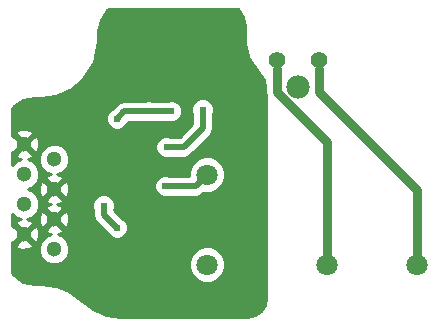
<source format=gbr>
G04 #@! TF.FileFunction,Copper,L2,Bot,Signal*
%FSLAX46Y46*%
G04 Gerber Fmt 4.6, Leading zero omitted, Abs format (unit mm)*
G04 Created by KiCad (PCBNEW 4.0.7-e2-6376~58~ubuntu16.04.1) date Sun Jan 14 22:12:21 2018*
%MOMM*%
%LPD*%
G01*
G04 APERTURE LIST*
%ADD10C,0.100000*%
%ADD11C,1.300000*%
%ADD12C,1.397000*%
%ADD13C,1.981000*%
%ADD14C,1.800000*%
%ADD15C,0.609600*%
%ADD16C,0.508000*%
%ADD17C,0.762000*%
%ADD18C,0.254000*%
G04 APERTURE END LIST*
D10*
D11*
X141922500Y-108204000D03*
X141922500Y-105664000D03*
X141922500Y-103124000D03*
X141922500Y-110744000D03*
X144462500Y-104394000D03*
X144462500Y-106934000D03*
X144462500Y-109474000D03*
X144462500Y-112014000D03*
D12*
X166870260Y-96019620D03*
X163370260Y-96019620D03*
D13*
X165120260Y-98249620D03*
D14*
X157416500Y-113317020D03*
X167576500Y-113317020D03*
X175196500Y-113317020D03*
X157416500Y-105697020D03*
D15*
X159766000Y-103378000D03*
X150114000Y-92710000D03*
X156210000Y-96774000D03*
X149288500Y-114287300D03*
X150685500Y-98920300D03*
X153987500Y-103365300D03*
X157035500Y-100190300D03*
X153860500Y-106667300D03*
X152466040Y-100330000D03*
X149796500Y-110223300D03*
X148653500Y-108318300D03*
X154377792Y-100326592D03*
X149796500Y-100952300D03*
D16*
X157035500Y-100190300D02*
X157035500Y-101790500D01*
X157035500Y-101790500D02*
X155460700Y-103365300D01*
X155460700Y-103365300D02*
X153987500Y-103365300D01*
X153860500Y-106667300D02*
X156446220Y-106667300D01*
X156446220Y-106667300D02*
X157416500Y-105697020D01*
D17*
X166872920Y-98704400D02*
X166870260Y-98701740D01*
X166870260Y-98701740D02*
X166870260Y-96725620D01*
X175193960Y-107025440D02*
X166872920Y-98704400D01*
X175193960Y-112041688D02*
X175193960Y-107025440D01*
X175196500Y-113317020D02*
X175196500Y-112044228D01*
X175196500Y-112044228D02*
X175193960Y-112041688D01*
X163357560Y-98742294D02*
X163357560Y-96763840D01*
X167576500Y-102963980D02*
X164068760Y-99456240D01*
X164068760Y-99456240D02*
X164068760Y-99453494D01*
X164068760Y-99453494D02*
X163357560Y-98742294D01*
X167576500Y-113317020D02*
X167576500Y-102963980D01*
D16*
X154377792Y-100326592D02*
X152469448Y-100326592D01*
X152469448Y-100326592D02*
X152466040Y-100330000D01*
X152466040Y-100330000D02*
X150418800Y-100330000D01*
X150418800Y-100330000D02*
X149796500Y-100952300D01*
X148653500Y-108318300D02*
X148653500Y-109080300D01*
X148653500Y-109080300D02*
X149796500Y-110223300D01*
D18*
G36*
X160497337Y-92319911D02*
X160655000Y-93112535D01*
X160655000Y-94500764D01*
X160657440Y-94525541D01*
X160888484Y-95687076D01*
X160907447Y-95732856D01*
X162209324Y-97681253D01*
X162341560Y-98346047D01*
X162341560Y-98742294D01*
X162405688Y-99064687D01*
X162418898Y-99131101D01*
X162433000Y-99152206D01*
X162433000Y-116109070D01*
X162308343Y-116735761D01*
X161960438Y-117256438D01*
X161439761Y-117604343D01*
X160813070Y-117729000D01*
X150065976Y-117729000D01*
X148856335Y-117569748D01*
X147736876Y-117106052D01*
X145774485Y-115600257D01*
X145745773Y-115583680D01*
X144595423Y-115107189D01*
X144563399Y-115098609D01*
X143328921Y-114936087D01*
X143312344Y-114935000D01*
X142760509Y-114935000D01*
X141825537Y-114749022D01*
X141043511Y-114226489D01*
X140893500Y-114001982D01*
X140893500Y-113621011D01*
X155881235Y-113621011D01*
X156114432Y-114185391D01*
X156545857Y-114617571D01*
X157109830Y-114851753D01*
X157720491Y-114852285D01*
X158284871Y-114619088D01*
X158717051Y-114187663D01*
X158951233Y-113623690D01*
X158951765Y-113013029D01*
X158718568Y-112448649D01*
X158287143Y-112016469D01*
X157723170Y-111782287D01*
X157112509Y-111781755D01*
X156548129Y-112014952D01*
X156115949Y-112446377D01*
X155881767Y-113010350D01*
X155881235Y-113621011D01*
X140893500Y-113621011D01*
X140893500Y-112268481D01*
X143177277Y-112268481D01*
X143372495Y-112740943D01*
X143733655Y-113102735D01*
X144205776Y-113298777D01*
X144716981Y-113299223D01*
X145189443Y-113104005D01*
X145551235Y-112742845D01*
X145747277Y-112270724D01*
X145747723Y-111759519D01*
X145552505Y-111287057D01*
X145191345Y-110925265D01*
X144755300Y-110744203D01*
X144791928Y-110742083D01*
X145126229Y-110603611D01*
X145181910Y-110373016D01*
X144462500Y-109653605D01*
X143743090Y-110373016D01*
X143798771Y-110603611D01*
X144185360Y-110738139D01*
X143735557Y-110923995D01*
X143373765Y-111285155D01*
X143177723Y-111757276D01*
X143177277Y-112268481D01*
X140893500Y-112268481D01*
X140893500Y-111643016D01*
X141203090Y-111643016D01*
X141258771Y-111873611D01*
X141741578Y-112041622D01*
X142251928Y-112012083D01*
X142586229Y-111873611D01*
X142641910Y-111643016D01*
X141922500Y-110923605D01*
X141203090Y-111643016D01*
X140893500Y-111643016D01*
X140893500Y-111432023D01*
X141023484Y-111463410D01*
X141742895Y-110744000D01*
X142102105Y-110744000D01*
X142821516Y-111463410D01*
X143052111Y-111407729D01*
X143220122Y-110924922D01*
X143190583Y-110414572D01*
X143052111Y-110080271D01*
X142821516Y-110024590D01*
X142102105Y-110744000D01*
X141742895Y-110744000D01*
X141023484Y-110024590D01*
X140893500Y-110055977D01*
X140893500Y-108992055D01*
X141193655Y-109292735D01*
X141629700Y-109473797D01*
X141593072Y-109475917D01*
X141258771Y-109614389D01*
X141203090Y-109844984D01*
X141922500Y-110564395D01*
X142641910Y-109844984D01*
X142586229Y-109614389D01*
X142199640Y-109479861D01*
X142649443Y-109294005D01*
X142650371Y-109293078D01*
X143164878Y-109293078D01*
X143194417Y-109803428D01*
X143332889Y-110137729D01*
X143563484Y-110193410D01*
X144282895Y-109474000D01*
X144642105Y-109474000D01*
X145361516Y-110193410D01*
X145592111Y-110137729D01*
X145760122Y-109654922D01*
X145730583Y-109144572D01*
X145592111Y-108810271D01*
X145361516Y-108754590D01*
X144642105Y-109474000D01*
X144282895Y-109474000D01*
X143563484Y-108754590D01*
X143332889Y-108810271D01*
X143164878Y-109293078D01*
X142650371Y-109293078D01*
X143011235Y-108932845D01*
X143207277Y-108460724D01*
X143207723Y-107949519D01*
X143159585Y-107833016D01*
X143743090Y-107833016D01*
X143798771Y-108063611D01*
X144197066Y-108202213D01*
X144133072Y-108205917D01*
X143798771Y-108344389D01*
X143743090Y-108574984D01*
X144462500Y-109294395D01*
X145181910Y-108574984D01*
X145164871Y-108504418D01*
X147713537Y-108504418D01*
X147764500Y-108627758D01*
X147764500Y-109080300D01*
X147832171Y-109420506D01*
X147948552Y-109594682D01*
X148024882Y-109708918D01*
X148948888Y-110632924D01*
X148999312Y-110754959D01*
X149263451Y-111019559D01*
X149608742Y-111162937D01*
X149982618Y-111163263D01*
X150328159Y-111020488D01*
X150592759Y-110756349D01*
X150736137Y-110411058D01*
X150736463Y-110037182D01*
X150593688Y-109691641D01*
X150329549Y-109427041D01*
X150206299Y-109375863D01*
X149542500Y-108712064D01*
X149542500Y-108628005D01*
X149593137Y-108506058D01*
X149593463Y-108132182D01*
X149450688Y-107786641D01*
X149186549Y-107522041D01*
X148841258Y-107378663D01*
X148467382Y-107378337D01*
X148121841Y-107521112D01*
X147857241Y-107785251D01*
X147713863Y-108130542D01*
X147713537Y-108504418D01*
X145164871Y-108504418D01*
X145126229Y-108344389D01*
X144727934Y-108205787D01*
X144791928Y-108202083D01*
X145126229Y-108063611D01*
X145181910Y-107833016D01*
X144462500Y-107113605D01*
X143743090Y-107833016D01*
X143159585Y-107833016D01*
X143012505Y-107477057D01*
X142651345Y-107115265D01*
X142214318Y-106933795D01*
X142649443Y-106754005D01*
X142650371Y-106753078D01*
X143164878Y-106753078D01*
X143194417Y-107263428D01*
X143332889Y-107597729D01*
X143563484Y-107653410D01*
X144282895Y-106934000D01*
X144642105Y-106934000D01*
X145361516Y-107653410D01*
X145592111Y-107597729D01*
X145760122Y-107114922D01*
X145744987Y-106853418D01*
X152920537Y-106853418D01*
X153063312Y-107198959D01*
X153327451Y-107463559D01*
X153672742Y-107606937D01*
X154046618Y-107607263D01*
X154169958Y-107556300D01*
X156446220Y-107556300D01*
X156786426Y-107488629D01*
X157074838Y-107295918D01*
X157138978Y-107231778D01*
X157720491Y-107232285D01*
X158284871Y-106999088D01*
X158717051Y-106567663D01*
X158951233Y-106003690D01*
X158951765Y-105393029D01*
X158718568Y-104828649D01*
X158287143Y-104396469D01*
X157723170Y-104162287D01*
X157112509Y-104161755D01*
X156548129Y-104394952D01*
X156115949Y-104826377D01*
X155881767Y-105390350D01*
X155881429Y-105778300D01*
X154170205Y-105778300D01*
X154048258Y-105727663D01*
X153674382Y-105727337D01*
X153328841Y-105870112D01*
X153064241Y-106134251D01*
X152920863Y-106479542D01*
X152920537Y-106853418D01*
X145744987Y-106853418D01*
X145730583Y-106604572D01*
X145592111Y-106270271D01*
X145361516Y-106214590D01*
X144642105Y-106934000D01*
X144282895Y-106934000D01*
X143563484Y-106214590D01*
X143332889Y-106270271D01*
X143164878Y-106753078D01*
X142650371Y-106753078D01*
X143011235Y-106392845D01*
X143207277Y-105920724D01*
X143207723Y-105409519D01*
X143012505Y-104937057D01*
X142724434Y-104648481D01*
X143177277Y-104648481D01*
X143372495Y-105120943D01*
X143733655Y-105482735D01*
X144169700Y-105663797D01*
X144133072Y-105665917D01*
X143798771Y-105804389D01*
X143743090Y-106034984D01*
X144462500Y-106754395D01*
X145181910Y-106034984D01*
X145126229Y-105804389D01*
X144739640Y-105669861D01*
X145189443Y-105484005D01*
X145551235Y-105122845D01*
X145747277Y-104650724D01*
X145747723Y-104139519D01*
X145552505Y-103667057D01*
X145437069Y-103551418D01*
X153047537Y-103551418D01*
X153190312Y-103896959D01*
X153454451Y-104161559D01*
X153799742Y-104304937D01*
X154173618Y-104305263D01*
X154296958Y-104254300D01*
X155460700Y-104254300D01*
X155800906Y-104186629D01*
X156089318Y-103993918D01*
X157664118Y-102419118D01*
X157856830Y-102130705D01*
X157924500Y-101790500D01*
X157924500Y-100500005D01*
X157975137Y-100378058D01*
X157975463Y-100004182D01*
X157832688Y-99658641D01*
X157568549Y-99394041D01*
X157223258Y-99250663D01*
X156849382Y-99250337D01*
X156503841Y-99393112D01*
X156239241Y-99657251D01*
X156095863Y-100002542D01*
X156095537Y-100376418D01*
X156146500Y-100499758D01*
X156146500Y-101422264D01*
X155092464Y-102476300D01*
X154297205Y-102476300D01*
X154175258Y-102425663D01*
X153801382Y-102425337D01*
X153455841Y-102568112D01*
X153191241Y-102832251D01*
X153047863Y-103177542D01*
X153047537Y-103551418D01*
X145437069Y-103551418D01*
X145191345Y-103305265D01*
X144719224Y-103109223D01*
X144208019Y-103108777D01*
X143735557Y-103303995D01*
X143373765Y-103665155D01*
X143177723Y-104137276D01*
X143177277Y-104648481D01*
X142724434Y-104648481D01*
X142651345Y-104575265D01*
X142215300Y-104394203D01*
X142251928Y-104392083D01*
X142586229Y-104253611D01*
X142641910Y-104023016D01*
X141922500Y-103303605D01*
X141203090Y-104023016D01*
X141258771Y-104253611D01*
X141645360Y-104388139D01*
X141195557Y-104573995D01*
X140893500Y-104875524D01*
X140893500Y-103812023D01*
X141023484Y-103843410D01*
X141742895Y-103124000D01*
X142102105Y-103124000D01*
X142821516Y-103843410D01*
X143052111Y-103787729D01*
X143220122Y-103304922D01*
X143190583Y-102794572D01*
X143052111Y-102460271D01*
X142821516Y-102404590D01*
X142102105Y-103124000D01*
X141742895Y-103124000D01*
X141023484Y-102404590D01*
X140893500Y-102435977D01*
X140893500Y-102224984D01*
X141203090Y-102224984D01*
X141922500Y-102944395D01*
X142641910Y-102224984D01*
X142586229Y-101994389D01*
X142103422Y-101826378D01*
X141593072Y-101855917D01*
X141258771Y-101994389D01*
X141203090Y-102224984D01*
X140893500Y-102224984D01*
X140893500Y-101138418D01*
X148856537Y-101138418D01*
X148999312Y-101483959D01*
X149263451Y-101748559D01*
X149608742Y-101891937D01*
X149982618Y-101892263D01*
X150328159Y-101749488D01*
X150592759Y-101485349D01*
X150643937Y-101362099D01*
X150787036Y-101219000D01*
X152156335Y-101219000D01*
X152278282Y-101269637D01*
X152652158Y-101269963D01*
X152783746Y-101215592D01*
X154068087Y-101215592D01*
X154190034Y-101266229D01*
X154563910Y-101266555D01*
X154909451Y-101123780D01*
X155174051Y-100859641D01*
X155317429Y-100514350D01*
X155317755Y-100140474D01*
X155174980Y-99794933D01*
X154910841Y-99530333D01*
X154565550Y-99386955D01*
X154191674Y-99386629D01*
X154068334Y-99437592D01*
X152767538Y-99437592D01*
X152653798Y-99390363D01*
X152279922Y-99390037D01*
X152156582Y-99441000D01*
X150418800Y-99441000D01*
X150078594Y-99508671D01*
X149820752Y-99680956D01*
X149790182Y-99701382D01*
X149386876Y-100104688D01*
X149264841Y-100155112D01*
X149000241Y-100419251D01*
X148856863Y-100764542D01*
X148856537Y-101138418D01*
X140893500Y-101138418D01*
X140893500Y-100120018D01*
X141043511Y-99895511D01*
X141825537Y-99372978D01*
X142760509Y-99187000D01*
X143312344Y-99187000D01*
X143328921Y-99185913D01*
X144563399Y-99023391D01*
X144595423Y-99014811D01*
X145745773Y-98538320D01*
X145774485Y-98521743D01*
X146762313Y-97763756D01*
X146774803Y-97752803D01*
X146824765Y-97702841D01*
X146840559Y-97683595D01*
X147837513Y-96191548D01*
X147856476Y-96145767D01*
X148206560Y-94385776D01*
X148209000Y-94361000D01*
X148209000Y-93546140D01*
X148399669Y-92587583D01*
X148935562Y-91785562D01*
X149106567Y-91671300D01*
X160063949Y-91671300D01*
X160497337Y-92319911D01*
X160497337Y-92319911D01*
G37*
X160497337Y-92319911D02*
X160655000Y-93112535D01*
X160655000Y-94500764D01*
X160657440Y-94525541D01*
X160888484Y-95687076D01*
X160907447Y-95732856D01*
X162209324Y-97681253D01*
X162341560Y-98346047D01*
X162341560Y-98742294D01*
X162405688Y-99064687D01*
X162418898Y-99131101D01*
X162433000Y-99152206D01*
X162433000Y-116109070D01*
X162308343Y-116735761D01*
X161960438Y-117256438D01*
X161439761Y-117604343D01*
X160813070Y-117729000D01*
X150065976Y-117729000D01*
X148856335Y-117569748D01*
X147736876Y-117106052D01*
X145774485Y-115600257D01*
X145745773Y-115583680D01*
X144595423Y-115107189D01*
X144563399Y-115098609D01*
X143328921Y-114936087D01*
X143312344Y-114935000D01*
X142760509Y-114935000D01*
X141825537Y-114749022D01*
X141043511Y-114226489D01*
X140893500Y-114001982D01*
X140893500Y-113621011D01*
X155881235Y-113621011D01*
X156114432Y-114185391D01*
X156545857Y-114617571D01*
X157109830Y-114851753D01*
X157720491Y-114852285D01*
X158284871Y-114619088D01*
X158717051Y-114187663D01*
X158951233Y-113623690D01*
X158951765Y-113013029D01*
X158718568Y-112448649D01*
X158287143Y-112016469D01*
X157723170Y-111782287D01*
X157112509Y-111781755D01*
X156548129Y-112014952D01*
X156115949Y-112446377D01*
X155881767Y-113010350D01*
X155881235Y-113621011D01*
X140893500Y-113621011D01*
X140893500Y-112268481D01*
X143177277Y-112268481D01*
X143372495Y-112740943D01*
X143733655Y-113102735D01*
X144205776Y-113298777D01*
X144716981Y-113299223D01*
X145189443Y-113104005D01*
X145551235Y-112742845D01*
X145747277Y-112270724D01*
X145747723Y-111759519D01*
X145552505Y-111287057D01*
X145191345Y-110925265D01*
X144755300Y-110744203D01*
X144791928Y-110742083D01*
X145126229Y-110603611D01*
X145181910Y-110373016D01*
X144462500Y-109653605D01*
X143743090Y-110373016D01*
X143798771Y-110603611D01*
X144185360Y-110738139D01*
X143735557Y-110923995D01*
X143373765Y-111285155D01*
X143177723Y-111757276D01*
X143177277Y-112268481D01*
X140893500Y-112268481D01*
X140893500Y-111643016D01*
X141203090Y-111643016D01*
X141258771Y-111873611D01*
X141741578Y-112041622D01*
X142251928Y-112012083D01*
X142586229Y-111873611D01*
X142641910Y-111643016D01*
X141922500Y-110923605D01*
X141203090Y-111643016D01*
X140893500Y-111643016D01*
X140893500Y-111432023D01*
X141023484Y-111463410D01*
X141742895Y-110744000D01*
X142102105Y-110744000D01*
X142821516Y-111463410D01*
X143052111Y-111407729D01*
X143220122Y-110924922D01*
X143190583Y-110414572D01*
X143052111Y-110080271D01*
X142821516Y-110024590D01*
X142102105Y-110744000D01*
X141742895Y-110744000D01*
X141023484Y-110024590D01*
X140893500Y-110055977D01*
X140893500Y-108992055D01*
X141193655Y-109292735D01*
X141629700Y-109473797D01*
X141593072Y-109475917D01*
X141258771Y-109614389D01*
X141203090Y-109844984D01*
X141922500Y-110564395D01*
X142641910Y-109844984D01*
X142586229Y-109614389D01*
X142199640Y-109479861D01*
X142649443Y-109294005D01*
X142650371Y-109293078D01*
X143164878Y-109293078D01*
X143194417Y-109803428D01*
X143332889Y-110137729D01*
X143563484Y-110193410D01*
X144282895Y-109474000D01*
X144642105Y-109474000D01*
X145361516Y-110193410D01*
X145592111Y-110137729D01*
X145760122Y-109654922D01*
X145730583Y-109144572D01*
X145592111Y-108810271D01*
X145361516Y-108754590D01*
X144642105Y-109474000D01*
X144282895Y-109474000D01*
X143563484Y-108754590D01*
X143332889Y-108810271D01*
X143164878Y-109293078D01*
X142650371Y-109293078D01*
X143011235Y-108932845D01*
X143207277Y-108460724D01*
X143207723Y-107949519D01*
X143159585Y-107833016D01*
X143743090Y-107833016D01*
X143798771Y-108063611D01*
X144197066Y-108202213D01*
X144133072Y-108205917D01*
X143798771Y-108344389D01*
X143743090Y-108574984D01*
X144462500Y-109294395D01*
X145181910Y-108574984D01*
X145164871Y-108504418D01*
X147713537Y-108504418D01*
X147764500Y-108627758D01*
X147764500Y-109080300D01*
X147832171Y-109420506D01*
X147948552Y-109594682D01*
X148024882Y-109708918D01*
X148948888Y-110632924D01*
X148999312Y-110754959D01*
X149263451Y-111019559D01*
X149608742Y-111162937D01*
X149982618Y-111163263D01*
X150328159Y-111020488D01*
X150592759Y-110756349D01*
X150736137Y-110411058D01*
X150736463Y-110037182D01*
X150593688Y-109691641D01*
X150329549Y-109427041D01*
X150206299Y-109375863D01*
X149542500Y-108712064D01*
X149542500Y-108628005D01*
X149593137Y-108506058D01*
X149593463Y-108132182D01*
X149450688Y-107786641D01*
X149186549Y-107522041D01*
X148841258Y-107378663D01*
X148467382Y-107378337D01*
X148121841Y-107521112D01*
X147857241Y-107785251D01*
X147713863Y-108130542D01*
X147713537Y-108504418D01*
X145164871Y-108504418D01*
X145126229Y-108344389D01*
X144727934Y-108205787D01*
X144791928Y-108202083D01*
X145126229Y-108063611D01*
X145181910Y-107833016D01*
X144462500Y-107113605D01*
X143743090Y-107833016D01*
X143159585Y-107833016D01*
X143012505Y-107477057D01*
X142651345Y-107115265D01*
X142214318Y-106933795D01*
X142649443Y-106754005D01*
X142650371Y-106753078D01*
X143164878Y-106753078D01*
X143194417Y-107263428D01*
X143332889Y-107597729D01*
X143563484Y-107653410D01*
X144282895Y-106934000D01*
X144642105Y-106934000D01*
X145361516Y-107653410D01*
X145592111Y-107597729D01*
X145760122Y-107114922D01*
X145744987Y-106853418D01*
X152920537Y-106853418D01*
X153063312Y-107198959D01*
X153327451Y-107463559D01*
X153672742Y-107606937D01*
X154046618Y-107607263D01*
X154169958Y-107556300D01*
X156446220Y-107556300D01*
X156786426Y-107488629D01*
X157074838Y-107295918D01*
X157138978Y-107231778D01*
X157720491Y-107232285D01*
X158284871Y-106999088D01*
X158717051Y-106567663D01*
X158951233Y-106003690D01*
X158951765Y-105393029D01*
X158718568Y-104828649D01*
X158287143Y-104396469D01*
X157723170Y-104162287D01*
X157112509Y-104161755D01*
X156548129Y-104394952D01*
X156115949Y-104826377D01*
X155881767Y-105390350D01*
X155881429Y-105778300D01*
X154170205Y-105778300D01*
X154048258Y-105727663D01*
X153674382Y-105727337D01*
X153328841Y-105870112D01*
X153064241Y-106134251D01*
X152920863Y-106479542D01*
X152920537Y-106853418D01*
X145744987Y-106853418D01*
X145730583Y-106604572D01*
X145592111Y-106270271D01*
X145361516Y-106214590D01*
X144642105Y-106934000D01*
X144282895Y-106934000D01*
X143563484Y-106214590D01*
X143332889Y-106270271D01*
X143164878Y-106753078D01*
X142650371Y-106753078D01*
X143011235Y-106392845D01*
X143207277Y-105920724D01*
X143207723Y-105409519D01*
X143012505Y-104937057D01*
X142724434Y-104648481D01*
X143177277Y-104648481D01*
X143372495Y-105120943D01*
X143733655Y-105482735D01*
X144169700Y-105663797D01*
X144133072Y-105665917D01*
X143798771Y-105804389D01*
X143743090Y-106034984D01*
X144462500Y-106754395D01*
X145181910Y-106034984D01*
X145126229Y-105804389D01*
X144739640Y-105669861D01*
X145189443Y-105484005D01*
X145551235Y-105122845D01*
X145747277Y-104650724D01*
X145747723Y-104139519D01*
X145552505Y-103667057D01*
X145437069Y-103551418D01*
X153047537Y-103551418D01*
X153190312Y-103896959D01*
X153454451Y-104161559D01*
X153799742Y-104304937D01*
X154173618Y-104305263D01*
X154296958Y-104254300D01*
X155460700Y-104254300D01*
X155800906Y-104186629D01*
X156089318Y-103993918D01*
X157664118Y-102419118D01*
X157856830Y-102130705D01*
X157924500Y-101790500D01*
X157924500Y-100500005D01*
X157975137Y-100378058D01*
X157975463Y-100004182D01*
X157832688Y-99658641D01*
X157568549Y-99394041D01*
X157223258Y-99250663D01*
X156849382Y-99250337D01*
X156503841Y-99393112D01*
X156239241Y-99657251D01*
X156095863Y-100002542D01*
X156095537Y-100376418D01*
X156146500Y-100499758D01*
X156146500Y-101422264D01*
X155092464Y-102476300D01*
X154297205Y-102476300D01*
X154175258Y-102425663D01*
X153801382Y-102425337D01*
X153455841Y-102568112D01*
X153191241Y-102832251D01*
X153047863Y-103177542D01*
X153047537Y-103551418D01*
X145437069Y-103551418D01*
X145191345Y-103305265D01*
X144719224Y-103109223D01*
X144208019Y-103108777D01*
X143735557Y-103303995D01*
X143373765Y-103665155D01*
X143177723Y-104137276D01*
X143177277Y-104648481D01*
X142724434Y-104648481D01*
X142651345Y-104575265D01*
X142215300Y-104394203D01*
X142251928Y-104392083D01*
X142586229Y-104253611D01*
X142641910Y-104023016D01*
X141922500Y-103303605D01*
X141203090Y-104023016D01*
X141258771Y-104253611D01*
X141645360Y-104388139D01*
X141195557Y-104573995D01*
X140893500Y-104875524D01*
X140893500Y-103812023D01*
X141023484Y-103843410D01*
X141742895Y-103124000D01*
X142102105Y-103124000D01*
X142821516Y-103843410D01*
X143052111Y-103787729D01*
X143220122Y-103304922D01*
X143190583Y-102794572D01*
X143052111Y-102460271D01*
X142821516Y-102404590D01*
X142102105Y-103124000D01*
X141742895Y-103124000D01*
X141023484Y-102404590D01*
X140893500Y-102435977D01*
X140893500Y-102224984D01*
X141203090Y-102224984D01*
X141922500Y-102944395D01*
X142641910Y-102224984D01*
X142586229Y-101994389D01*
X142103422Y-101826378D01*
X141593072Y-101855917D01*
X141258771Y-101994389D01*
X141203090Y-102224984D01*
X140893500Y-102224984D01*
X140893500Y-101138418D01*
X148856537Y-101138418D01*
X148999312Y-101483959D01*
X149263451Y-101748559D01*
X149608742Y-101891937D01*
X149982618Y-101892263D01*
X150328159Y-101749488D01*
X150592759Y-101485349D01*
X150643937Y-101362099D01*
X150787036Y-101219000D01*
X152156335Y-101219000D01*
X152278282Y-101269637D01*
X152652158Y-101269963D01*
X152783746Y-101215592D01*
X154068087Y-101215592D01*
X154190034Y-101266229D01*
X154563910Y-101266555D01*
X154909451Y-101123780D01*
X155174051Y-100859641D01*
X155317429Y-100514350D01*
X155317755Y-100140474D01*
X155174980Y-99794933D01*
X154910841Y-99530333D01*
X154565550Y-99386955D01*
X154191674Y-99386629D01*
X154068334Y-99437592D01*
X152767538Y-99437592D01*
X152653798Y-99390363D01*
X152279922Y-99390037D01*
X152156582Y-99441000D01*
X150418800Y-99441000D01*
X150078594Y-99508671D01*
X149820752Y-99680956D01*
X149790182Y-99701382D01*
X149386876Y-100104688D01*
X149264841Y-100155112D01*
X149000241Y-100419251D01*
X148856863Y-100764542D01*
X148856537Y-101138418D01*
X140893500Y-101138418D01*
X140893500Y-100120018D01*
X141043511Y-99895511D01*
X141825537Y-99372978D01*
X142760509Y-99187000D01*
X143312344Y-99187000D01*
X143328921Y-99185913D01*
X144563399Y-99023391D01*
X144595423Y-99014811D01*
X145745773Y-98538320D01*
X145774485Y-98521743D01*
X146762313Y-97763756D01*
X146774803Y-97752803D01*
X146824765Y-97702841D01*
X146840559Y-97683595D01*
X147837513Y-96191548D01*
X147856476Y-96145767D01*
X148206560Y-94385776D01*
X148209000Y-94361000D01*
X148209000Y-93546140D01*
X148399669Y-92587583D01*
X148935562Y-91785562D01*
X149106567Y-91671300D01*
X160063949Y-91671300D01*
X160497337Y-92319911D01*
M02*

</source>
